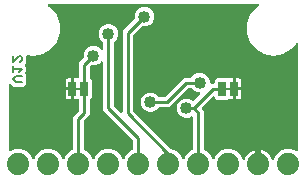
<source format=gbr>
G04 EAGLE Gerber RS-274X export*
G75*
%MOMM*%
%FSLAX34Y34*%
%LPD*%
%INBottom Copper*%
%IPPOS*%
%AMOC8*
5,1,8,0,0,1.08239X$1,22.5*%
G01*
%ADD10C,0.177800*%
%ADD11C,0.203200*%
%ADD12R,0.635000X1.270000*%
%ADD13C,1.879600*%
%ADD14C,1.016000*%
%ADD15C,0.254000*%

G36*
X217288Y12716D02*
X217288Y12716D01*
X217407Y12723D01*
X217445Y12736D01*
X217485Y12741D01*
X217596Y12785D01*
X217709Y12821D01*
X217744Y12843D01*
X217781Y12858D01*
X217877Y12928D01*
X217978Y12991D01*
X218006Y13021D01*
X218039Y13045D01*
X218114Y13136D01*
X218196Y13223D01*
X218216Y13258D01*
X218241Y13290D01*
X218292Y13397D01*
X218350Y13502D01*
X218360Y13541D01*
X218377Y13577D01*
X218399Y13694D01*
X218429Y13809D01*
X218433Y13870D01*
X218437Y13890D01*
X218435Y13910D01*
X218439Y13970D01*
X218439Y24385D01*
X218696Y24345D01*
X220483Y23764D01*
X222157Y22911D01*
X223678Y21806D01*
X225006Y20478D01*
X226111Y18957D01*
X226964Y17283D01*
X227115Y16818D01*
X227128Y16791D01*
X227135Y16762D01*
X227195Y16648D01*
X227250Y16530D01*
X227269Y16507D01*
X227283Y16481D01*
X227370Y16385D01*
X227453Y16285D01*
X227477Y16268D01*
X227497Y16246D01*
X227606Y16174D01*
X227710Y16098D01*
X227738Y16087D01*
X227763Y16071D01*
X227886Y16029D01*
X228006Y15981D01*
X228036Y15977D01*
X228064Y15968D01*
X228193Y15957D01*
X228321Y15941D01*
X228351Y15945D01*
X228381Y15942D01*
X228509Y15965D01*
X228637Y15981D01*
X228665Y15992D01*
X228694Y15997D01*
X228812Y16050D01*
X228933Y16098D01*
X228957Y16115D01*
X228984Y16127D01*
X229085Y16208D01*
X229190Y16284D01*
X229209Y16307D01*
X229233Y16326D01*
X229311Y16430D01*
X229393Y16529D01*
X229406Y16556D01*
X229424Y16580D01*
X229495Y16725D01*
X230748Y19750D01*
X234250Y23252D01*
X238824Y25147D01*
X243776Y25147D01*
X247926Y23428D01*
X247974Y23414D01*
X248019Y23393D01*
X248127Y23373D01*
X248233Y23344D01*
X248283Y23343D01*
X248332Y23333D01*
X248441Y23340D01*
X248551Y23339D01*
X248599Y23350D01*
X248649Y23353D01*
X248753Y23387D01*
X248860Y23413D01*
X248904Y23436D01*
X248951Y23451D01*
X249044Y23510D01*
X249141Y23561D01*
X249178Y23595D01*
X249220Y23621D01*
X249295Y23702D01*
X249377Y23775D01*
X249404Y23817D01*
X249438Y23853D01*
X249491Y23949D01*
X249551Y24041D01*
X249568Y24088D01*
X249592Y24132D01*
X249619Y24238D01*
X249655Y24342D01*
X249659Y24391D01*
X249671Y24439D01*
X249681Y24600D01*
X249681Y113467D01*
X249677Y113502D01*
X249679Y113537D01*
X249657Y113659D01*
X249641Y113782D01*
X249628Y113815D01*
X249622Y113850D01*
X249570Y113963D01*
X249524Y114078D01*
X249504Y114106D01*
X249489Y114139D01*
X249410Y114235D01*
X249338Y114335D01*
X249310Y114358D01*
X249288Y114385D01*
X249188Y114459D01*
X249093Y114538D01*
X249061Y114553D01*
X249032Y114574D01*
X248917Y114621D01*
X248805Y114674D01*
X248770Y114680D01*
X248737Y114693D01*
X248614Y114710D01*
X248493Y114733D01*
X248457Y114731D01*
X248422Y114736D01*
X248299Y114721D01*
X248175Y114714D01*
X248141Y114703D01*
X248106Y114698D01*
X247991Y114654D01*
X247873Y114616D01*
X247843Y114597D01*
X247810Y114584D01*
X247709Y114512D01*
X247604Y114445D01*
X247580Y114420D01*
X247551Y114399D01*
X247440Y114282D01*
X243356Y109415D01*
X236451Y105429D01*
X228600Y104045D01*
X220749Y105429D01*
X213845Y109415D01*
X208720Y115522D01*
X205993Y123014D01*
X205993Y130986D01*
X208720Y138478D01*
X213845Y144585D01*
X215798Y145713D01*
X215914Y145801D01*
X216032Y145886D01*
X216041Y145897D01*
X216051Y145905D01*
X216141Y146019D01*
X216235Y146131D01*
X216241Y146144D01*
X216249Y146154D01*
X216309Y146288D01*
X216370Y146419D01*
X216373Y146432D01*
X216378Y146445D01*
X216403Y146590D01*
X216430Y146732D01*
X216429Y146745D01*
X216432Y146758D01*
X216419Y146904D01*
X216410Y147049D01*
X216406Y147062D01*
X216405Y147075D01*
X216357Y147213D01*
X216312Y147351D01*
X216305Y147363D01*
X216301Y147376D01*
X216220Y147497D01*
X216142Y147620D01*
X216132Y147629D01*
X216125Y147641D01*
X216017Y147738D01*
X215911Y147838D01*
X215899Y147845D01*
X215889Y147854D01*
X215760Y147921D01*
X215632Y147992D01*
X215619Y147995D01*
X215607Y148001D01*
X215465Y148035D01*
X215324Y148071D01*
X215306Y148072D01*
X215298Y148074D01*
X215280Y148074D01*
X215163Y148081D01*
X38837Y148081D01*
X38692Y148063D01*
X38547Y148048D01*
X38534Y148043D01*
X38521Y148041D01*
X38386Y147988D01*
X38249Y147937D01*
X38238Y147929D01*
X38225Y147924D01*
X38108Y147839D01*
X37988Y147756D01*
X37979Y147745D01*
X37968Y147738D01*
X37875Y147626D01*
X37780Y147515D01*
X37774Y147503D01*
X37765Y147493D01*
X37703Y147361D01*
X37638Y147230D01*
X37635Y147217D01*
X37630Y147205D01*
X37602Y147063D01*
X37572Y146919D01*
X37572Y146906D01*
X37570Y146893D01*
X37579Y146748D01*
X37585Y146602D01*
X37589Y146588D01*
X37590Y146575D01*
X37634Y146437D01*
X37676Y146297D01*
X37683Y146285D01*
X37688Y146273D01*
X37765Y146150D01*
X37841Y146025D01*
X37851Y146015D01*
X37858Y146004D01*
X37964Y145904D01*
X38068Y145802D01*
X38083Y145792D01*
X38089Y145786D01*
X38104Y145778D01*
X38202Y145713D01*
X40155Y144585D01*
X45280Y138478D01*
X48007Y130986D01*
X48007Y123014D01*
X45280Y115522D01*
X40156Y109415D01*
X33251Y105429D01*
X25400Y104045D01*
X20927Y104833D01*
X20856Y104837D01*
X20787Y104850D01*
X20698Y104844D01*
X20609Y104849D01*
X20540Y104835D01*
X20470Y104830D01*
X20385Y104803D01*
X20298Y104785D01*
X20234Y104754D01*
X20167Y104732D01*
X20092Y104685D01*
X20012Y104646D01*
X19958Y104600D01*
X19898Y104562D01*
X19837Y104497D01*
X19770Y104440D01*
X19729Y104382D01*
X19681Y104330D01*
X19638Y104253D01*
X19586Y104180D01*
X19561Y104114D01*
X19527Y104052D01*
X19505Y103966D01*
X19473Y103883D01*
X19465Y103812D01*
X19448Y103744D01*
X19437Y103583D01*
X19437Y102395D01*
X19437Y101508D01*
X19437Y100666D01*
X19437Y98607D01*
X18708Y97878D01*
X18227Y97397D01*
X18154Y97303D01*
X18075Y97214D01*
X18057Y97178D01*
X18032Y97146D01*
X17985Y97036D01*
X17931Y96930D01*
X17922Y96891D01*
X17906Y96854D01*
X17887Y96736D01*
X17861Y96620D01*
X17862Y96580D01*
X17856Y96540D01*
X17867Y96421D01*
X17871Y96302D01*
X17882Y96263D01*
X17886Y96223D01*
X17926Y96111D01*
X17959Y95997D01*
X17980Y95962D01*
X17993Y95924D01*
X18060Y95825D01*
X18121Y95723D01*
X18161Y95678D01*
X18172Y95661D01*
X18187Y95647D01*
X18227Y95602D01*
X19437Y94392D01*
X19437Y91130D01*
X18873Y90566D01*
X18800Y90471D01*
X18721Y90382D01*
X18703Y90346D01*
X18678Y90314D01*
X18631Y90205D01*
X18577Y90099D01*
X18568Y90060D01*
X18552Y90022D01*
X18533Y89905D01*
X18507Y89789D01*
X18508Y89748D01*
X18502Y89708D01*
X18513Y89590D01*
X18517Y89471D01*
X18528Y89432D01*
X18532Y89392D01*
X18572Y89280D01*
X18605Y89165D01*
X18626Y89130D01*
X18640Y89092D01*
X18706Y88994D01*
X18767Y88891D01*
X18807Y88846D01*
X18818Y88829D01*
X18833Y88816D01*
X18873Y88771D01*
X19437Y88207D01*
X19437Y84944D01*
X19382Y84889D01*
X19309Y84795D01*
X19230Y84705D01*
X19212Y84669D01*
X19187Y84637D01*
X19140Y84528D01*
X19085Y84422D01*
X19076Y84383D01*
X19060Y84346D01*
X19042Y84228D01*
X19016Y84112D01*
X19017Y84072D01*
X19011Y84032D01*
X19022Y83913D01*
X19025Y83794D01*
X19037Y83755D01*
X19040Y83715D01*
X19081Y83603D01*
X19114Y83488D01*
X19134Y83454D01*
X19148Y83416D01*
X19215Y83317D01*
X19275Y83215D01*
X19315Y83169D01*
X19327Y83152D01*
X19342Y83139D01*
X19382Y83094D01*
X19437Y83038D01*
X19437Y79776D01*
X17131Y77469D01*
X8700Y77469D01*
X6485Y79684D01*
X6376Y79769D01*
X6269Y79858D01*
X6250Y79866D01*
X6234Y79879D01*
X6106Y79934D01*
X5981Y79993D01*
X5961Y79997D01*
X5942Y80005D01*
X5804Y80027D01*
X5668Y80053D01*
X5648Y80052D01*
X5628Y80055D01*
X5489Y80042D01*
X5351Y80033D01*
X5332Y80027D01*
X5312Y80025D01*
X5180Y79978D01*
X5049Y79935D01*
X5031Y79925D01*
X5012Y79918D01*
X4897Y79840D01*
X4780Y79765D01*
X4766Y79750D01*
X4749Y79739D01*
X4657Y79635D01*
X4562Y79534D01*
X4552Y79516D01*
X4539Y79501D01*
X4475Y79377D01*
X4408Y79255D01*
X4403Y79235D01*
X4394Y79217D01*
X4364Y79082D01*
X4329Y78947D01*
X4327Y78919D01*
X4324Y78907D01*
X4325Y78887D01*
X4319Y78786D01*
X4319Y24600D01*
X4325Y24551D01*
X4323Y24501D01*
X4345Y24394D01*
X4359Y24285D01*
X4377Y24239D01*
X4387Y24190D01*
X4435Y24091D01*
X4476Y23989D01*
X4505Y23949D01*
X4527Y23904D01*
X4598Y23820D01*
X4662Y23732D01*
X4701Y23700D01*
X4733Y23662D01*
X4823Y23599D01*
X4907Y23529D01*
X4952Y23508D01*
X4993Y23479D01*
X5096Y23440D01*
X5195Y23393D01*
X5244Y23384D01*
X5290Y23366D01*
X5400Y23354D01*
X5507Y23333D01*
X5557Y23337D01*
X5606Y23331D01*
X5715Y23346D01*
X5825Y23353D01*
X5872Y23369D01*
X5921Y23375D01*
X6074Y23428D01*
X10224Y25147D01*
X15176Y25147D01*
X19750Y23252D01*
X23252Y19751D01*
X24227Y17395D01*
X24296Y17274D01*
X24361Y17152D01*
X24375Y17137D01*
X24385Y17119D01*
X24482Y17019D01*
X24575Y16916D01*
X24592Y16905D01*
X24606Y16891D01*
X24724Y16818D01*
X24841Y16742D01*
X24860Y16735D01*
X24877Y16724D01*
X25010Y16684D01*
X25142Y16638D01*
X25162Y16637D01*
X25181Y16631D01*
X25320Y16624D01*
X25459Y16613D01*
X25479Y16617D01*
X25499Y16616D01*
X25635Y16644D01*
X25772Y16668D01*
X25791Y16676D01*
X25810Y16680D01*
X25935Y16741D01*
X26062Y16798D01*
X26078Y16811D01*
X26096Y16820D01*
X26202Y16910D01*
X26310Y16997D01*
X26323Y17013D01*
X26338Y17026D01*
X26418Y17140D01*
X26502Y17251D01*
X26514Y17276D01*
X26521Y17286D01*
X26528Y17305D01*
X26573Y17395D01*
X27548Y19750D01*
X31050Y23252D01*
X35624Y25147D01*
X40576Y25147D01*
X45150Y23252D01*
X48652Y19751D01*
X49627Y17395D01*
X49696Y17274D01*
X49761Y17152D01*
X49775Y17137D01*
X49785Y17119D01*
X49882Y17019D01*
X49975Y16916D01*
X49992Y16905D01*
X50006Y16891D01*
X50124Y16818D01*
X50241Y16742D01*
X50260Y16735D01*
X50277Y16724D01*
X50410Y16684D01*
X50542Y16638D01*
X50562Y16637D01*
X50581Y16631D01*
X50720Y16624D01*
X50859Y16613D01*
X50879Y16617D01*
X50899Y16616D01*
X51035Y16644D01*
X51172Y16668D01*
X51191Y16676D01*
X51210Y16680D01*
X51335Y16741D01*
X51462Y16798D01*
X51478Y16811D01*
X51496Y16820D01*
X51602Y16910D01*
X51710Y16997D01*
X51723Y17013D01*
X51738Y17026D01*
X51818Y17140D01*
X51902Y17251D01*
X51914Y17276D01*
X51921Y17286D01*
X51928Y17305D01*
X51973Y17395D01*
X52948Y19750D01*
X56450Y23252D01*
X58398Y24059D01*
X58423Y24073D01*
X58451Y24083D01*
X58561Y24152D01*
X58674Y24216D01*
X58695Y24237D01*
X58720Y24253D01*
X58809Y24347D01*
X58902Y24438D01*
X58918Y24463D01*
X58938Y24484D01*
X59001Y24598D01*
X59069Y24709D01*
X59077Y24737D01*
X59092Y24763D01*
X59124Y24889D01*
X59162Y25013D01*
X59164Y25042D01*
X59171Y25071D01*
X59181Y25231D01*
X59181Y52589D01*
X63890Y57297D01*
X63950Y57375D01*
X64018Y57448D01*
X64047Y57501D01*
X64084Y57548D01*
X64124Y57639D01*
X64172Y57726D01*
X64187Y57785D01*
X64211Y57840D01*
X64226Y57938D01*
X64251Y58034D01*
X64257Y58134D01*
X64261Y58154D01*
X64259Y58167D01*
X64261Y58195D01*
X64261Y66156D01*
X64249Y66255D01*
X64246Y66353D01*
X64229Y66412D01*
X64221Y66472D01*
X64185Y66564D01*
X64158Y66659D01*
X64127Y66711D01*
X64104Y66768D01*
X64046Y66848D01*
X63996Y66933D01*
X63930Y67008D01*
X63918Y67025D01*
X63908Y67033D01*
X63890Y67054D01*
X63792Y67151D01*
X63709Y67216D01*
X63631Y67288D01*
X63583Y67313D01*
X63541Y67346D01*
X63444Y67388D01*
X63351Y67438D01*
X63299Y67451D01*
X63249Y67473D01*
X63145Y67489D01*
X63042Y67515D01*
X62988Y67514D01*
X62935Y67522D01*
X62830Y67513D01*
X62724Y67512D01*
X62640Y67495D01*
X62618Y67493D01*
X62604Y67487D01*
X62566Y67480D01*
X61929Y67309D01*
X60007Y67309D01*
X60007Y70866D01*
X59992Y70984D01*
X59984Y71103D01*
X59972Y71141D01*
X59967Y71182D01*
X59923Y71292D01*
X59886Y71405D01*
X59865Y71440D01*
X59850Y71477D01*
X59780Y71573D01*
X59716Y71674D01*
X59687Y71702D01*
X59663Y71735D01*
X59571Y71811D01*
X59485Y71892D01*
X59449Y71912D01*
X59418Y71937D01*
X59310Y71988D01*
X59206Y72046D01*
X59167Y72056D01*
X59130Y72073D01*
X59014Y72095D01*
X58898Y72125D01*
X58838Y72129D01*
X58818Y72133D01*
X58798Y72131D01*
X58738Y72135D01*
X58102Y72135D01*
X57984Y72120D01*
X57866Y72113D01*
X57827Y72100D01*
X57787Y72095D01*
X57676Y72052D01*
X57563Y72015D01*
X57529Y71993D01*
X57491Y71978D01*
X57395Y71909D01*
X57294Y71845D01*
X57267Y71815D01*
X57234Y71792D01*
X57158Y71700D01*
X57076Y71613D01*
X57057Y71578D01*
X57031Y71547D01*
X56980Y71439D01*
X56923Y71335D01*
X56913Y71295D01*
X56896Y71259D01*
X56873Y71142D01*
X56843Y71027D01*
X56840Y70967D01*
X56836Y70947D01*
X56837Y70926D01*
X56833Y70866D01*
X56833Y67309D01*
X54911Y67309D01*
X54264Y67482D01*
X53685Y67817D01*
X53212Y68290D01*
X52877Y68869D01*
X52704Y69516D01*
X52704Y74613D01*
X54356Y74613D01*
X54474Y74628D01*
X54593Y74636D01*
X54631Y74648D01*
X54672Y74653D01*
X54782Y74697D01*
X54895Y74734D01*
X54930Y74755D01*
X54967Y74770D01*
X55063Y74840D01*
X55164Y74904D01*
X55192Y74933D01*
X55225Y74957D01*
X55301Y75049D01*
X55382Y75135D01*
X55402Y75171D01*
X55427Y75202D01*
X55478Y75310D01*
X55536Y75414D01*
X55546Y75453D01*
X55563Y75490D01*
X55585Y75606D01*
X55615Y75722D01*
X55619Y75782D01*
X55623Y75802D01*
X55621Y75822D01*
X55625Y75882D01*
X55625Y76518D01*
X55610Y76636D01*
X55603Y76754D01*
X55590Y76793D01*
X55585Y76833D01*
X55542Y76944D01*
X55505Y77057D01*
X55483Y77091D01*
X55468Y77129D01*
X55399Y77225D01*
X55335Y77326D01*
X55305Y77353D01*
X55282Y77386D01*
X55190Y77462D01*
X55103Y77544D01*
X55068Y77563D01*
X55037Y77589D01*
X54929Y77640D01*
X54825Y77697D01*
X54785Y77707D01*
X54749Y77724D01*
X54632Y77747D01*
X54517Y77777D01*
X54457Y77780D01*
X54437Y77784D01*
X54416Y77783D01*
X54356Y77787D01*
X52704Y77787D01*
X52704Y82884D01*
X52877Y83531D01*
X53212Y84110D01*
X53685Y84583D01*
X54264Y84918D01*
X54911Y85091D01*
X56833Y85091D01*
X56833Y81534D01*
X56848Y81416D01*
X56856Y81297D01*
X56868Y81259D01*
X56873Y81218D01*
X56917Y81107D01*
X56954Y80995D01*
X56975Y80960D01*
X56990Y80923D01*
X57060Y80827D01*
X57124Y80726D01*
X57153Y80698D01*
X57177Y80665D01*
X57269Y80589D01*
X57355Y80508D01*
X57391Y80488D01*
X57422Y80463D01*
X57530Y80412D01*
X57634Y80354D01*
X57673Y80344D01*
X57710Y80327D01*
X57826Y80305D01*
X57942Y80275D01*
X58002Y80271D01*
X58022Y80267D01*
X58042Y80269D01*
X58102Y80265D01*
X58738Y80265D01*
X58856Y80280D01*
X58974Y80287D01*
X59013Y80300D01*
X59053Y80305D01*
X59164Y80348D01*
X59277Y80385D01*
X59311Y80407D01*
X59349Y80422D01*
X59445Y80491D01*
X59546Y80555D01*
X59573Y80585D01*
X59606Y80608D01*
X59682Y80700D01*
X59764Y80787D01*
X59783Y80822D01*
X59809Y80853D01*
X59860Y80961D01*
X59917Y81065D01*
X59927Y81105D01*
X59944Y81141D01*
X59967Y81258D01*
X59997Y81373D01*
X60000Y81433D01*
X60004Y81453D01*
X60003Y81474D01*
X60007Y81534D01*
X60007Y85091D01*
X61929Y85091D01*
X62566Y84920D01*
X62671Y84906D01*
X62774Y84883D01*
X62828Y84884D01*
X62881Y84877D01*
X62986Y84889D01*
X63092Y84892D01*
X63144Y84907D01*
X63197Y84913D01*
X63296Y84951D01*
X63398Y84981D01*
X63444Y85008D01*
X63494Y85027D01*
X63580Y85089D01*
X63671Y85142D01*
X63735Y85199D01*
X63753Y85211D01*
X63764Y85223D01*
X63792Y85249D01*
X63890Y85346D01*
X63950Y85424D01*
X64018Y85496D01*
X64047Y85550D01*
X64085Y85598D01*
X64124Y85688D01*
X64172Y85775D01*
X64187Y85834D01*
X64211Y85889D01*
X64226Y85987D01*
X64251Y86083D01*
X64257Y86183D01*
X64261Y86204D01*
X64259Y86216D01*
X64261Y86244D01*
X64261Y98309D01*
X67700Y101747D01*
X67760Y101825D01*
X67828Y101898D01*
X67857Y101951D01*
X67894Y101998D01*
X67934Y102089D01*
X67982Y102176D01*
X67997Y102235D01*
X68021Y102290D01*
X68036Y102388D01*
X68061Y102484D01*
X68067Y102584D01*
X68071Y102604D01*
X68069Y102617D01*
X68071Y102645D01*
X68071Y105757D01*
X69309Y108745D01*
X71595Y111031D01*
X74583Y112269D01*
X77817Y112269D01*
X80805Y111031D01*
X82415Y109421D01*
X82524Y109336D01*
X82631Y109247D01*
X82650Y109239D01*
X82666Y109226D01*
X82794Y109171D01*
X82919Y109112D01*
X82939Y109108D01*
X82958Y109100D01*
X83096Y109078D01*
X83232Y109052D01*
X83252Y109053D01*
X83272Y109050D01*
X83411Y109063D01*
X83549Y109072D01*
X83568Y109078D01*
X83588Y109080D01*
X83720Y109127D01*
X83851Y109170D01*
X83869Y109181D01*
X83888Y109188D01*
X84003Y109266D01*
X84120Y109340D01*
X84134Y109355D01*
X84151Y109366D01*
X84243Y109470D01*
X84338Y109572D01*
X84348Y109589D01*
X84361Y109605D01*
X84425Y109729D01*
X84492Y109850D01*
X84497Y109870D01*
X84506Y109888D01*
X84536Y110024D01*
X84571Y110158D01*
X84573Y110186D01*
X84576Y110198D01*
X84575Y110219D01*
X84581Y110319D01*
X84581Y114979D01*
X84569Y115077D01*
X84566Y115176D01*
X84549Y115235D01*
X84541Y115295D01*
X84505Y115387D01*
X84477Y115482D01*
X84447Y115534D01*
X84424Y115590D01*
X84366Y115670D01*
X84316Y115756D01*
X84250Y115831D01*
X84238Y115848D01*
X84228Y115856D01*
X84210Y115877D01*
X82009Y118077D01*
X80771Y121065D01*
X80771Y124299D01*
X82009Y127287D01*
X84295Y129573D01*
X87283Y130811D01*
X90517Y130811D01*
X93505Y129573D01*
X95791Y127287D01*
X97029Y124299D01*
X97029Y121065D01*
X95791Y118077D01*
X93590Y115877D01*
X93530Y115798D01*
X93462Y115726D01*
X93433Y115673D01*
X93396Y115625D01*
X93356Y115534D01*
X93308Y115448D01*
X93293Y115389D01*
X93269Y115334D01*
X93254Y115236D01*
X93229Y115140D01*
X93223Y115040D01*
X93219Y115019D01*
X93221Y115007D01*
X93219Y114979D01*
X93219Y62005D01*
X93231Y61906D01*
X93234Y61807D01*
X93251Y61749D01*
X93259Y61689D01*
X93295Y61597D01*
X93323Y61502D01*
X93353Y61450D01*
X93376Y61393D01*
X93434Y61313D01*
X93484Y61228D01*
X93550Y61153D01*
X93562Y61136D01*
X93572Y61128D01*
X93590Y61107D01*
X98671Y56027D01*
X98780Y55942D01*
X98887Y55853D01*
X98906Y55845D01*
X98922Y55832D01*
X99050Y55777D01*
X99175Y55718D01*
X99195Y55714D01*
X99214Y55706D01*
X99352Y55684D01*
X99488Y55658D01*
X99508Y55659D01*
X99528Y55656D01*
X99667Y55669D01*
X99805Y55678D01*
X99824Y55684D01*
X99844Y55686D01*
X99976Y55733D01*
X100107Y55776D01*
X100125Y55786D01*
X100144Y55793D01*
X100259Y55871D01*
X100376Y55946D01*
X100390Y55961D01*
X100407Y55972D01*
X100499Y56076D01*
X100594Y56177D01*
X100604Y56195D01*
X100617Y56210D01*
X100681Y56334D01*
X100748Y56456D01*
X100753Y56476D01*
X100762Y56494D01*
X100792Y56629D01*
X100827Y56764D01*
X100829Y56792D01*
X100832Y56804D01*
X100831Y56824D01*
X100837Y56925D01*
X100837Y124725D01*
X110880Y134767D01*
X110940Y134845D01*
X111008Y134918D01*
X111037Y134971D01*
X111074Y135018D01*
X111114Y135109D01*
X111162Y135196D01*
X111177Y135255D01*
X111201Y135310D01*
X111216Y135408D01*
X111241Y135504D01*
X111247Y135604D01*
X111251Y135624D01*
X111249Y135637D01*
X111251Y135665D01*
X111251Y138777D01*
X112489Y141765D01*
X114775Y144051D01*
X117763Y145289D01*
X120997Y145289D01*
X123985Y144051D01*
X126271Y141765D01*
X127509Y138777D01*
X127509Y135543D01*
X126271Y132555D01*
X123985Y130269D01*
X120997Y129031D01*
X117885Y129031D01*
X117786Y129019D01*
X117687Y129016D01*
X117629Y128999D01*
X117569Y128991D01*
X117477Y128955D01*
X117382Y128927D01*
X117330Y128897D01*
X117273Y128874D01*
X117193Y128816D01*
X117108Y128766D01*
X117033Y128700D01*
X117016Y128688D01*
X117008Y128678D01*
X116987Y128660D01*
X109846Y121519D01*
X109786Y121441D01*
X109718Y121368D01*
X109689Y121315D01*
X109652Y121268D01*
X109612Y121177D01*
X109564Y121090D01*
X109549Y121031D01*
X109525Y120976D01*
X109510Y120878D01*
X109485Y120782D01*
X109479Y120682D01*
X109475Y120662D01*
X109477Y120649D01*
X109475Y120621D01*
X109475Y57687D01*
X109487Y57588D01*
X109490Y57489D01*
X109507Y57431D01*
X109515Y57371D01*
X109551Y57279D01*
X109579Y57184D01*
X109609Y57132D01*
X109632Y57075D01*
X109690Y56995D01*
X109740Y56910D01*
X109806Y56835D01*
X109818Y56818D01*
X109828Y56810D01*
X109846Y56789D01*
X141117Y25518D01*
X141195Y25458D01*
X141268Y25390D01*
X141321Y25361D01*
X141368Y25324D01*
X141459Y25284D01*
X141546Y25236D01*
X141605Y25221D01*
X141660Y25197D01*
X141758Y25182D01*
X141854Y25157D01*
X141954Y25151D01*
X141974Y25147D01*
X141987Y25149D01*
X142015Y25147D01*
X142176Y25147D01*
X146750Y23252D01*
X150252Y19750D01*
X151227Y17395D01*
X151296Y17275D01*
X151361Y17152D01*
X151375Y17137D01*
X151385Y17119D01*
X151482Y17019D01*
X151575Y16916D01*
X151592Y16905D01*
X151606Y16891D01*
X151724Y16818D01*
X151841Y16742D01*
X151860Y16735D01*
X151877Y16724D01*
X152010Y16684D01*
X152142Y16638D01*
X152162Y16637D01*
X152181Y16631D01*
X152320Y16624D01*
X152459Y16613D01*
X152479Y16617D01*
X152499Y16616D01*
X152635Y16644D01*
X152772Y16668D01*
X152791Y16676D01*
X152810Y16680D01*
X152935Y16741D01*
X153062Y16798D01*
X153078Y16811D01*
X153096Y16820D01*
X153202Y16910D01*
X153310Y16997D01*
X153323Y17013D01*
X153338Y17026D01*
X153418Y17140D01*
X153502Y17251D01*
X153514Y17276D01*
X153521Y17286D01*
X153528Y17305D01*
X153573Y17395D01*
X154548Y19750D01*
X158050Y23252D01*
X159998Y24059D01*
X160023Y24073D01*
X160051Y24083D01*
X160161Y24152D01*
X160274Y24216D01*
X160295Y24237D01*
X160320Y24253D01*
X160409Y24347D01*
X160502Y24438D01*
X160518Y24463D01*
X160538Y24484D01*
X160601Y24598D01*
X160669Y24709D01*
X160677Y24737D01*
X160692Y24763D01*
X160724Y24889D01*
X160762Y25013D01*
X160764Y25042D01*
X160771Y25071D01*
X160781Y25231D01*
X160781Y51411D01*
X160775Y51461D01*
X160777Y51510D01*
X160755Y51618D01*
X160741Y51727D01*
X160723Y51773D01*
X160713Y51822D01*
X160665Y51921D01*
X160624Y52023D01*
X160595Y52063D01*
X160573Y52108D01*
X160502Y52191D01*
X160438Y52280D01*
X160399Y52312D01*
X160367Y52350D01*
X160277Y52413D01*
X160193Y52483D01*
X160148Y52504D01*
X160107Y52533D01*
X160004Y52572D01*
X159905Y52618D01*
X159856Y52628D01*
X159810Y52645D01*
X159700Y52658D01*
X159593Y52678D01*
X159543Y52675D01*
X159494Y52681D01*
X159385Y52665D01*
X159275Y52658D01*
X159228Y52643D01*
X159179Y52636D01*
X159026Y52584D01*
X156557Y51561D01*
X153323Y51561D01*
X150335Y52799D01*
X148049Y55085D01*
X146811Y58073D01*
X146811Y61307D01*
X148049Y64295D01*
X150335Y66581D01*
X153323Y67819D01*
X156557Y67819D01*
X159545Y66581D01*
X159912Y66214D01*
X160006Y66141D01*
X160095Y66062D01*
X160131Y66044D01*
X160163Y66019D01*
X160272Y65972D01*
X160378Y65918D01*
X160418Y65909D01*
X160455Y65893D01*
X160572Y65874D01*
X160688Y65848D01*
X160729Y65849D01*
X160769Y65843D01*
X160887Y65854D01*
X161006Y65858D01*
X161045Y65869D01*
X161085Y65873D01*
X161198Y65913D01*
X161312Y65946D01*
X161347Y65967D01*
X161385Y65980D01*
X161483Y66047D01*
X161586Y66108D01*
X161631Y66148D01*
X161648Y66159D01*
X161661Y66174D01*
X161707Y66214D01*
X166477Y70985D01*
X166562Y71094D01*
X166651Y71201D01*
X166659Y71220D01*
X166672Y71236D01*
X166727Y71364D01*
X166786Y71489D01*
X166790Y71509D01*
X166798Y71528D01*
X166820Y71666D01*
X166846Y71802D01*
X166845Y71822D01*
X166848Y71842D01*
X166835Y71981D01*
X166826Y72119D01*
X166820Y72138D01*
X166818Y72158D01*
X166771Y72290D01*
X166728Y72421D01*
X166718Y72439D01*
X166711Y72458D01*
X166633Y72573D01*
X166558Y72690D01*
X166543Y72704D01*
X166532Y72721D01*
X166428Y72813D01*
X166327Y72908D01*
X166309Y72918D01*
X166294Y72931D01*
X166170Y72995D01*
X166048Y73062D01*
X166028Y73067D01*
X166010Y73076D01*
X165875Y73106D01*
X165740Y73141D01*
X165712Y73143D01*
X165700Y73146D01*
X165680Y73145D01*
X165579Y73151D01*
X164753Y73151D01*
X161765Y74389D01*
X159565Y76590D01*
X159486Y76650D01*
X159414Y76718D01*
X159361Y76747D01*
X159313Y76784D01*
X159222Y76824D01*
X159136Y76872D01*
X159077Y76887D01*
X159022Y76911D01*
X158924Y76926D01*
X158828Y76951D01*
X158728Y76957D01*
X158707Y76961D01*
X158695Y76959D01*
X158667Y76961D01*
X157255Y76961D01*
X157156Y76949D01*
X157057Y76946D01*
X156999Y76929D01*
X156939Y76921D01*
X156847Y76885D01*
X156752Y76857D01*
X156700Y76827D01*
X156643Y76804D01*
X156563Y76746D01*
X156478Y76696D01*
X156403Y76630D01*
X156386Y76618D01*
X156378Y76608D01*
X156357Y76590D01*
X140219Y60451D01*
X132163Y60451D01*
X132065Y60439D01*
X131966Y60436D01*
X131907Y60419D01*
X131847Y60411D01*
X131755Y60375D01*
X131660Y60347D01*
X131608Y60317D01*
X131552Y60294D01*
X131472Y60236D01*
X131386Y60186D01*
X131311Y60120D01*
X131294Y60108D01*
X131286Y60098D01*
X131265Y60080D01*
X129065Y57879D01*
X126077Y56641D01*
X122843Y56641D01*
X119855Y57879D01*
X117569Y60165D01*
X116331Y63153D01*
X116331Y66387D01*
X117569Y69375D01*
X119855Y71661D01*
X122843Y72899D01*
X126077Y72899D01*
X129065Y71661D01*
X131265Y69460D01*
X131344Y69400D01*
X131416Y69332D01*
X131469Y69303D01*
X131517Y69266D01*
X131608Y69226D01*
X131694Y69178D01*
X131753Y69163D01*
X131808Y69139D01*
X131906Y69124D01*
X132002Y69099D01*
X132102Y69093D01*
X132123Y69089D01*
X132135Y69091D01*
X132163Y69089D01*
X136115Y69089D01*
X136214Y69101D01*
X136313Y69104D01*
X136371Y69121D01*
X136431Y69129D01*
X136523Y69165D01*
X136618Y69193D01*
X136670Y69223D01*
X136727Y69246D01*
X136807Y69304D01*
X136892Y69354D01*
X136967Y69420D01*
X136984Y69432D01*
X136992Y69442D01*
X137013Y69460D01*
X153151Y85599D01*
X158667Y85599D01*
X158765Y85611D01*
X158864Y85614D01*
X158923Y85631D01*
X158983Y85639D01*
X159075Y85675D01*
X159170Y85703D01*
X159222Y85733D01*
X159278Y85756D01*
X159358Y85814D01*
X159444Y85864D01*
X159519Y85930D01*
X159536Y85942D01*
X159544Y85952D01*
X159565Y85970D01*
X161765Y88171D01*
X164753Y89409D01*
X167987Y89409D01*
X170975Y88171D01*
X173261Y85885D01*
X174499Y82897D01*
X174499Y81788D01*
X174514Y81670D01*
X174521Y81551D01*
X174534Y81513D01*
X174539Y81472D01*
X174582Y81362D01*
X174619Y81249D01*
X174641Y81214D01*
X174656Y81177D01*
X174725Y81081D01*
X174789Y80980D01*
X174819Y80952D01*
X174842Y80919D01*
X174934Y80843D01*
X175021Y80762D01*
X175056Y80742D01*
X175087Y80717D01*
X175195Y80666D01*
X175299Y80608D01*
X175339Y80598D01*
X175375Y80581D01*
X175492Y80559D01*
X175607Y80529D01*
X175667Y80525D01*
X175687Y80521D01*
X175708Y80523D01*
X175768Y80519D01*
X177927Y80519D01*
X178045Y80534D01*
X178164Y80541D01*
X178202Y80554D01*
X178243Y80559D01*
X178353Y80602D01*
X178466Y80639D01*
X178501Y80661D01*
X178538Y80676D01*
X178634Y80745D01*
X178735Y80809D01*
X178763Y80839D01*
X178796Y80862D01*
X178872Y80954D01*
X178953Y81041D01*
X178973Y81076D01*
X178998Y81107D01*
X179049Y81215D01*
X179107Y81319D01*
X179117Y81359D01*
X179134Y81395D01*
X179156Y81512D01*
X179186Y81627D01*
X179190Y81687D01*
X179194Y81707D01*
X179192Y81728D01*
X179196Y81788D01*
X179196Y83813D01*
X180982Y85599D01*
X189858Y85599D01*
X190208Y85249D01*
X190291Y85184D01*
X190369Y85112D01*
X190417Y85087D01*
X190459Y85054D01*
X190556Y85012D01*
X190649Y84962D01*
X190701Y84949D01*
X190751Y84927D01*
X190856Y84911D01*
X190958Y84885D01*
X191012Y84886D01*
X191065Y84878D01*
X191171Y84887D01*
X191276Y84888D01*
X191360Y84905D01*
X191382Y84907D01*
X191396Y84913D01*
X191434Y84920D01*
X192071Y85091D01*
X193993Y85091D01*
X193993Y81534D01*
X194008Y81416D01*
X194016Y81297D01*
X194028Y81259D01*
X194033Y81218D01*
X194077Y81107D01*
X194114Y80995D01*
X194135Y80960D01*
X194150Y80923D01*
X194220Y80827D01*
X194284Y80726D01*
X194313Y80698D01*
X194337Y80665D01*
X194429Y80589D01*
X194515Y80508D01*
X194551Y80488D01*
X194582Y80463D01*
X194690Y80412D01*
X194794Y80354D01*
X194833Y80344D01*
X194870Y80327D01*
X194986Y80305D01*
X195102Y80275D01*
X195162Y80271D01*
X195182Y80267D01*
X195202Y80269D01*
X195262Y80265D01*
X195898Y80265D01*
X196016Y80280D01*
X196134Y80287D01*
X196173Y80300D01*
X196213Y80305D01*
X196324Y80348D01*
X196437Y80385D01*
X196471Y80407D01*
X196509Y80422D01*
X196605Y80491D01*
X196706Y80555D01*
X196733Y80585D01*
X196766Y80608D01*
X196842Y80700D01*
X196924Y80787D01*
X196943Y80822D01*
X196969Y80853D01*
X197020Y80961D01*
X197077Y81065D01*
X197087Y81105D01*
X197104Y81141D01*
X197127Y81258D01*
X197157Y81373D01*
X197160Y81433D01*
X197164Y81453D01*
X197163Y81474D01*
X197167Y81534D01*
X197167Y85091D01*
X199089Y85091D01*
X199736Y84918D01*
X200315Y84583D01*
X200788Y84110D01*
X201123Y83531D01*
X201296Y82884D01*
X201296Y77787D01*
X199644Y77787D01*
X199526Y77772D01*
X199407Y77764D01*
X199369Y77752D01*
X199328Y77747D01*
X199218Y77703D01*
X199105Y77666D01*
X199070Y77645D01*
X199033Y77630D01*
X198937Y77560D01*
X198836Y77496D01*
X198808Y77467D01*
X198775Y77443D01*
X198699Y77351D01*
X198618Y77265D01*
X198598Y77229D01*
X198573Y77198D01*
X198522Y77090D01*
X198464Y76986D01*
X198454Y76947D01*
X198437Y76910D01*
X198415Y76794D01*
X198385Y76678D01*
X198381Y76618D01*
X198377Y76598D01*
X198379Y76578D01*
X198375Y76518D01*
X198375Y75882D01*
X198390Y75764D01*
X198397Y75646D01*
X198410Y75607D01*
X198415Y75567D01*
X198458Y75456D01*
X198495Y75343D01*
X198517Y75309D01*
X198532Y75271D01*
X198601Y75175D01*
X198665Y75074D01*
X198695Y75047D01*
X198718Y75014D01*
X198810Y74938D01*
X198897Y74856D01*
X198932Y74837D01*
X198963Y74811D01*
X199071Y74760D01*
X199175Y74703D01*
X199215Y74693D01*
X199251Y74676D01*
X199368Y74653D01*
X199483Y74623D01*
X199543Y74620D01*
X199563Y74616D01*
X199584Y74617D01*
X199644Y74613D01*
X201296Y74613D01*
X201296Y69516D01*
X201123Y68869D01*
X200788Y68290D01*
X200315Y67817D01*
X199736Y67482D01*
X199089Y67309D01*
X197167Y67309D01*
X197167Y70866D01*
X197152Y70984D01*
X197144Y71103D01*
X197132Y71141D01*
X197127Y71182D01*
X197083Y71292D01*
X197046Y71405D01*
X197025Y71440D01*
X197010Y71477D01*
X196940Y71573D01*
X196876Y71674D01*
X196847Y71702D01*
X196823Y71735D01*
X196731Y71811D01*
X196645Y71892D01*
X196609Y71912D01*
X196578Y71937D01*
X196470Y71988D01*
X196366Y72046D01*
X196327Y72056D01*
X196290Y72073D01*
X196174Y72095D01*
X196058Y72125D01*
X195998Y72129D01*
X195978Y72133D01*
X195958Y72131D01*
X195898Y72135D01*
X195262Y72135D01*
X195144Y72120D01*
X195026Y72113D01*
X194987Y72100D01*
X194947Y72095D01*
X194836Y72052D01*
X194723Y72015D01*
X194689Y71993D01*
X194651Y71978D01*
X194555Y71909D01*
X194454Y71845D01*
X194427Y71815D01*
X194394Y71792D01*
X194318Y71700D01*
X194236Y71613D01*
X194217Y71578D01*
X194191Y71547D01*
X194140Y71439D01*
X194083Y71335D01*
X194073Y71295D01*
X194056Y71259D01*
X194033Y71142D01*
X194003Y71027D01*
X194000Y70967D01*
X193996Y70947D01*
X193997Y70926D01*
X193993Y70866D01*
X193993Y67309D01*
X192071Y67309D01*
X191434Y67480D01*
X191329Y67494D01*
X191226Y67517D01*
X191172Y67516D01*
X191119Y67523D01*
X191014Y67511D01*
X190908Y67508D01*
X190856Y67493D01*
X190803Y67487D01*
X190704Y67449D01*
X190603Y67419D01*
X190556Y67392D01*
X190506Y67373D01*
X190420Y67311D01*
X190329Y67258D01*
X190265Y67201D01*
X190247Y67189D01*
X190237Y67177D01*
X190208Y67151D01*
X189858Y66801D01*
X180982Y66801D01*
X179174Y68609D01*
X179166Y68701D01*
X179159Y68720D01*
X179156Y68740D01*
X179105Y68869D01*
X179058Y69000D01*
X179047Y69017D01*
X179039Y69036D01*
X178958Y69148D01*
X178880Y69263D01*
X178864Y69277D01*
X178853Y69293D01*
X178745Y69382D01*
X178641Y69474D01*
X178623Y69483D01*
X178608Y69496D01*
X178482Y69555D01*
X178358Y69618D01*
X178338Y69623D01*
X178320Y69631D01*
X178184Y69657D01*
X178048Y69688D01*
X178027Y69687D01*
X178008Y69691D01*
X177869Y69682D01*
X177730Y69678D01*
X177710Y69673D01*
X177690Y69671D01*
X177558Y69629D01*
X177424Y69590D01*
X177407Y69580D01*
X177388Y69573D01*
X177270Y69499D01*
X177150Y69428D01*
X177129Y69410D01*
X177119Y69403D01*
X177105Y69388D01*
X177030Y69322D01*
X168295Y60587D01*
X168222Y60493D01*
X168143Y60404D01*
X168125Y60368D01*
X168100Y60336D01*
X168053Y60227D01*
X167999Y60121D01*
X167990Y60082D01*
X167974Y60044D01*
X167955Y59927D01*
X167929Y59811D01*
X167930Y59770D01*
X167924Y59730D01*
X167935Y59612D01*
X167939Y59493D01*
X167950Y59454D01*
X167954Y59414D01*
X167994Y59302D01*
X168027Y59187D01*
X168048Y59152D01*
X168061Y59114D01*
X168128Y59016D01*
X168189Y58913D01*
X168228Y58868D01*
X168240Y58851D01*
X168255Y58838D01*
X168295Y58792D01*
X169419Y57669D01*
X169419Y25231D01*
X169422Y25202D01*
X169420Y25173D01*
X169442Y25045D01*
X169459Y24916D01*
X169469Y24889D01*
X169474Y24859D01*
X169528Y24741D01*
X169576Y24620D01*
X169593Y24596D01*
X169605Y24569D01*
X169686Y24468D01*
X169762Y24363D01*
X169785Y24344D01*
X169804Y24321D01*
X169907Y24243D01*
X170007Y24160D01*
X170034Y24147D01*
X170058Y24130D01*
X170202Y24059D01*
X172150Y23252D01*
X175652Y19750D01*
X176627Y17395D01*
X176696Y17275D01*
X176761Y17152D01*
X176775Y17137D01*
X176785Y17119D01*
X176882Y17019D01*
X176975Y16916D01*
X176992Y16905D01*
X177006Y16891D01*
X177124Y16818D01*
X177241Y16742D01*
X177260Y16735D01*
X177277Y16724D01*
X177410Y16684D01*
X177542Y16638D01*
X177562Y16637D01*
X177581Y16631D01*
X177720Y16624D01*
X177859Y16613D01*
X177879Y16617D01*
X177899Y16616D01*
X178035Y16644D01*
X178172Y16668D01*
X178191Y16676D01*
X178210Y16680D01*
X178335Y16741D01*
X178462Y16798D01*
X178478Y16811D01*
X178496Y16820D01*
X178602Y16910D01*
X178710Y16997D01*
X178723Y17013D01*
X178738Y17026D01*
X178818Y17140D01*
X178902Y17251D01*
X178914Y17276D01*
X178921Y17286D01*
X178928Y17305D01*
X178973Y17395D01*
X179948Y19750D01*
X183450Y23252D01*
X188024Y25147D01*
X192976Y25147D01*
X197550Y23252D01*
X201052Y19750D01*
X202305Y16725D01*
X202320Y16699D01*
X202329Y16670D01*
X202399Y16561D01*
X202463Y16448D01*
X202484Y16427D01*
X202500Y16402D01*
X202594Y16313D01*
X202684Y16220D01*
X202710Y16204D01*
X202731Y16184D01*
X202845Y16121D01*
X202955Y16054D01*
X202984Y16045D01*
X203010Y16031D01*
X203135Y15998D01*
X203259Y15960D01*
X203289Y15959D01*
X203318Y15951D01*
X203448Y15951D01*
X203577Y15945D01*
X203606Y15951D01*
X203636Y15951D01*
X203761Y15983D01*
X203888Y16009D01*
X203915Y16022D01*
X203944Y16030D01*
X204057Y16092D01*
X204174Y16149D01*
X204197Y16168D01*
X204223Y16183D01*
X204317Y16271D01*
X204416Y16355D01*
X204433Y16380D01*
X204455Y16400D01*
X204524Y16509D01*
X204599Y16615D01*
X204610Y16643D01*
X204626Y16669D01*
X204685Y16818D01*
X204836Y17283D01*
X205689Y18957D01*
X206794Y20478D01*
X208122Y21806D01*
X209643Y22911D01*
X211317Y23764D01*
X213104Y24345D01*
X213361Y24385D01*
X213361Y13970D01*
X213376Y13852D01*
X213383Y13733D01*
X213396Y13695D01*
X213401Y13655D01*
X213444Y13544D01*
X213481Y13431D01*
X213503Y13397D01*
X213518Y13359D01*
X213588Y13263D01*
X213651Y13162D01*
X213681Y13134D01*
X213704Y13102D01*
X213796Y13026D01*
X213883Y12944D01*
X213918Y12925D01*
X213949Y12899D01*
X214057Y12848D01*
X214161Y12791D01*
X214201Y12780D01*
X214237Y12763D01*
X214354Y12741D01*
X214469Y12711D01*
X214530Y12707D01*
X214550Y12703D01*
X214570Y12705D01*
X214630Y12701D01*
X217170Y12701D01*
X217288Y12716D01*
G37*
G36*
X101679Y16617D02*
X101679Y16617D01*
X101699Y16616D01*
X101835Y16644D01*
X101972Y16668D01*
X101991Y16676D01*
X102010Y16680D01*
X102135Y16741D01*
X102262Y16798D01*
X102278Y16811D01*
X102296Y16820D01*
X102402Y16910D01*
X102510Y16997D01*
X102523Y17013D01*
X102538Y17026D01*
X102618Y17140D01*
X102702Y17251D01*
X102714Y17276D01*
X102721Y17286D01*
X102728Y17305D01*
X102773Y17395D01*
X103748Y19750D01*
X107250Y23252D01*
X109198Y24059D01*
X109223Y24073D01*
X109251Y24083D01*
X109361Y24152D01*
X109474Y24216D01*
X109495Y24237D01*
X109520Y24253D01*
X109609Y24347D01*
X109702Y24438D01*
X109718Y24463D01*
X109738Y24484D01*
X109801Y24598D01*
X109869Y24709D01*
X109877Y24737D01*
X109892Y24763D01*
X109924Y24889D01*
X109962Y25013D01*
X109964Y25042D01*
X109971Y25071D01*
X109981Y25231D01*
X109981Y31975D01*
X109969Y32074D01*
X109966Y32173D01*
X109949Y32231D01*
X109941Y32291D01*
X109905Y32383D01*
X109877Y32478D01*
X109847Y32530D01*
X109824Y32587D01*
X109766Y32667D01*
X109716Y32752D01*
X109650Y32827D01*
X109638Y32844D01*
X109628Y32852D01*
X109610Y32873D01*
X84581Y57901D01*
X84581Y97961D01*
X84564Y98099D01*
X84551Y98238D01*
X84544Y98257D01*
X84541Y98277D01*
X84490Y98406D01*
X84443Y98537D01*
X84432Y98554D01*
X84424Y98572D01*
X84343Y98685D01*
X84265Y98800D01*
X84249Y98813D01*
X84238Y98830D01*
X84130Y98919D01*
X84026Y99011D01*
X84008Y99020D01*
X83993Y99033D01*
X83867Y99092D01*
X83743Y99155D01*
X83723Y99160D01*
X83705Y99168D01*
X83568Y99194D01*
X83433Y99225D01*
X83412Y99224D01*
X83393Y99228D01*
X83254Y99219D01*
X83115Y99215D01*
X83095Y99209D01*
X83075Y99208D01*
X82943Y99165D01*
X82809Y99127D01*
X82792Y99116D01*
X82773Y99110D01*
X82655Y99036D01*
X82535Y98965D01*
X82514Y98947D01*
X82504Y98940D01*
X82490Y98925D01*
X82415Y98859D01*
X80805Y97249D01*
X77817Y96011D01*
X74705Y96011D01*
X74606Y95999D01*
X74507Y95996D01*
X74449Y95979D01*
X74389Y95971D01*
X74297Y95935D01*
X74202Y95907D01*
X74150Y95877D01*
X74093Y95854D01*
X74013Y95796D01*
X73928Y95746D01*
X73853Y95680D01*
X73836Y95668D01*
X73828Y95658D01*
X73807Y95640D01*
X73270Y95103D01*
X73210Y95025D01*
X73142Y94952D01*
X73113Y94899D01*
X73076Y94852D01*
X73036Y94761D01*
X72988Y94674D01*
X72973Y94615D01*
X72949Y94560D01*
X72934Y94462D01*
X72909Y94366D01*
X72903Y94266D01*
X72899Y94246D01*
X72901Y94233D01*
X72899Y94205D01*
X72899Y86244D01*
X72911Y86145D01*
X72914Y86046D01*
X72931Y85988D01*
X72939Y85928D01*
X72975Y85836D01*
X73003Y85741D01*
X73033Y85689D01*
X73056Y85632D01*
X73114Y85552D01*
X73164Y85467D01*
X73230Y85392D01*
X73242Y85375D01*
X73252Y85367D01*
X73270Y85346D01*
X74804Y83813D01*
X74804Y68587D01*
X73270Y67054D01*
X73210Y66976D01*
X73142Y66904D01*
X73113Y66851D01*
X73076Y66803D01*
X73036Y66712D01*
X72988Y66625D01*
X72973Y66566D01*
X72949Y66511D01*
X72934Y66413D01*
X72909Y66317D01*
X72903Y66217D01*
X72899Y66197D01*
X72901Y66184D01*
X72899Y66156D01*
X72899Y54091D01*
X68190Y49383D01*
X68130Y49305D01*
X68062Y49232D01*
X68033Y49179D01*
X67996Y49132D01*
X67956Y49041D01*
X67908Y48954D01*
X67893Y48895D01*
X67869Y48840D01*
X67854Y48742D01*
X67829Y48646D01*
X67823Y48546D01*
X67819Y48526D01*
X67821Y48513D01*
X67819Y48485D01*
X67819Y25231D01*
X67822Y25202D01*
X67820Y25173D01*
X67842Y25045D01*
X67859Y24916D01*
X67869Y24889D01*
X67874Y24859D01*
X67928Y24741D01*
X67976Y24620D01*
X67993Y24596D01*
X68005Y24569D01*
X68086Y24468D01*
X68162Y24363D01*
X68185Y24344D01*
X68204Y24321D01*
X68307Y24243D01*
X68407Y24160D01*
X68434Y24147D01*
X68458Y24130D01*
X68602Y24059D01*
X70550Y23252D01*
X74052Y19751D01*
X75027Y17395D01*
X75096Y17274D01*
X75161Y17152D01*
X75175Y17137D01*
X75185Y17119D01*
X75282Y17019D01*
X75375Y16916D01*
X75392Y16905D01*
X75406Y16891D01*
X75524Y16818D01*
X75641Y16742D01*
X75660Y16735D01*
X75677Y16724D01*
X75810Y16684D01*
X75942Y16638D01*
X75962Y16637D01*
X75981Y16631D01*
X76120Y16624D01*
X76259Y16613D01*
X76279Y16617D01*
X76299Y16616D01*
X76435Y16644D01*
X76572Y16668D01*
X76591Y16676D01*
X76610Y16680D01*
X76735Y16741D01*
X76862Y16798D01*
X76878Y16811D01*
X76896Y16820D01*
X77002Y16910D01*
X77110Y16997D01*
X77123Y17013D01*
X77138Y17026D01*
X77218Y17140D01*
X77302Y17251D01*
X77314Y17276D01*
X77321Y17286D01*
X77328Y17305D01*
X77373Y17395D01*
X78348Y19750D01*
X81850Y23252D01*
X86424Y25147D01*
X91376Y25147D01*
X95950Y23252D01*
X99452Y19751D01*
X100427Y17395D01*
X100496Y17274D01*
X100561Y17152D01*
X100575Y17137D01*
X100585Y17119D01*
X100682Y17019D01*
X100775Y16916D01*
X100792Y16905D01*
X100806Y16891D01*
X100924Y16818D01*
X101041Y16742D01*
X101060Y16735D01*
X101077Y16724D01*
X101210Y16684D01*
X101342Y16638D01*
X101362Y16637D01*
X101381Y16631D01*
X101520Y16624D01*
X101659Y16613D01*
X101679Y16617D01*
G37*
D10*
X15500Y81407D02*
X10331Y81407D01*
X7747Y83991D01*
X10331Y86575D01*
X15500Y86575D01*
X12915Y90177D02*
X15500Y92761D01*
X7747Y92761D01*
X7747Y90177D02*
X7747Y95345D01*
X7747Y98946D02*
X7747Y104115D01*
X12915Y104115D02*
X7747Y98946D01*
X12915Y104115D02*
X14208Y104115D01*
X15500Y102822D01*
X15500Y100238D01*
X14208Y98946D01*
D11*
X186690Y76200D02*
X194310Y76200D01*
D12*
X195580Y76200D03*
X185420Y76200D03*
D11*
X67310Y76200D02*
X59690Y76200D01*
D12*
X58420Y76200D03*
X68580Y76200D03*
D13*
X12700Y12700D03*
X38100Y12700D03*
X63500Y12700D03*
X88900Y12700D03*
X114300Y12700D03*
X139700Y12700D03*
X165100Y12700D03*
X190500Y12700D03*
X215900Y12700D03*
X241300Y12700D03*
D14*
X165862Y139192D03*
X177800Y50800D03*
X241300Y88900D03*
X101600Y31750D03*
X76200Y32004D03*
X50800Y31750D03*
X119380Y137160D03*
D15*
X105156Y122936D01*
X105156Y55372D01*
X139700Y20828D02*
X139700Y12700D01*
X139700Y20828D02*
X105156Y55372D01*
X88900Y59690D02*
X88900Y122682D01*
D14*
X88900Y122682D03*
D15*
X88900Y59690D02*
X114300Y34290D01*
X114300Y12700D01*
D14*
X154940Y59690D03*
D15*
X165100Y55880D02*
X165100Y12700D01*
X161290Y59690D02*
X154940Y59690D01*
X161290Y59690D02*
X177800Y76200D01*
X185420Y76200D01*
X165100Y55880D02*
X161290Y59690D01*
D14*
X76200Y104140D03*
D15*
X68580Y96520D02*
X68580Y76200D01*
X68580Y96520D02*
X76200Y104140D01*
X68580Y76200D02*
X68580Y55880D01*
X63500Y50800D01*
X63500Y12700D01*
D14*
X166370Y81280D03*
X124460Y64770D03*
D15*
X138430Y64770D01*
X154940Y81280D01*
X166370Y81280D01*
M02*

</source>
